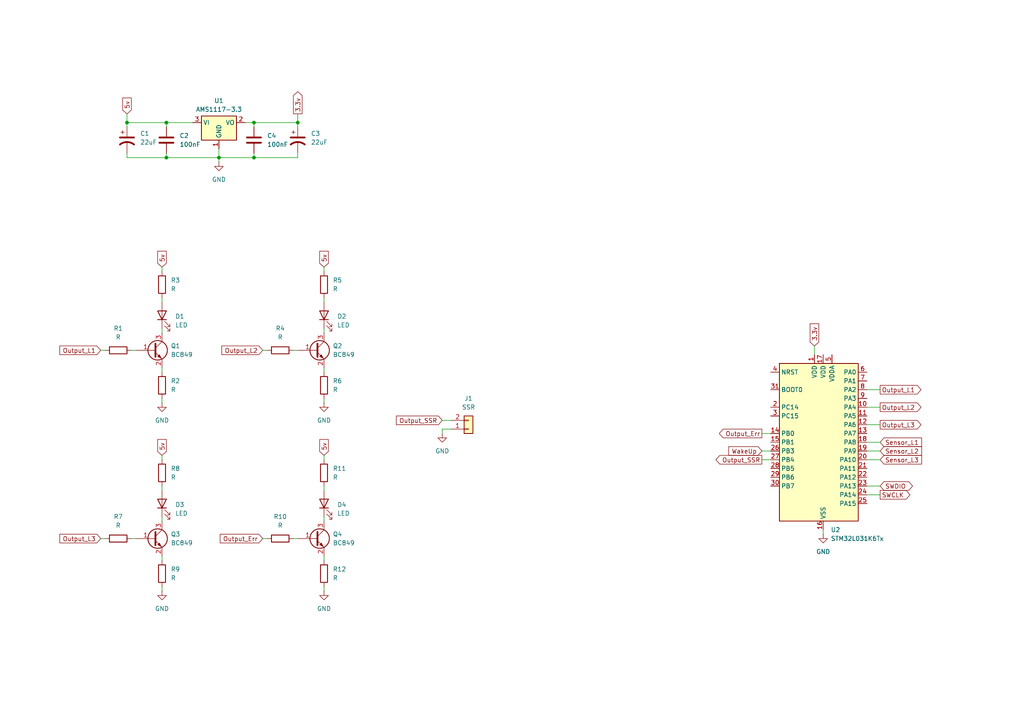
<source format=kicad_sch>
(kicad_sch (version 20231120) (generator "eeschema") (generator_version "8.0")
  (paper "A4")
  (lib_symbols
    (symbol "Connector_Generic:Conn_01x02" (pin_names (offset 1.016) hide)
      (property "Reference" "J" (at 0 2.54 0))
      (property "Value" "Conn_01x02" (at 0 -5.08 0))
      (symbol "Conn_01x02_1_1"
        (rectangle (start -1.27 -2.413) (end 0 -2.667) (stroke (width 0.1524)))
        (rectangle (start -1.27 0.127) (end 0 -0.127) (stroke (width 0.1524)))
        (rectangle (start -1.27 1.27) (end 1.27 -3.81) (stroke (width 0.254)) (fill (type background)))
        (pin passive line (at -5.08 0 0) (length 3.81) (name "Pin_1") (number "1"))
        (pin passive line (at -5.08 -2.54 0) (length 3.81) (name "Pin_2") (number "2"))
      )
    )
    (symbol "Device:C" (pin_numbers hide) (pin_names (offset 0.254))
      (property "Reference" "C" (at 0.635 2.54 0))
      (property "Value" "C" (at 0.635 -2.54 0))
      (symbol "C_0_1"
        (polyline (pts (xy -2.032 -0.762) (xy 2.032 -0.762)) (stroke (width 0.508)))
        (polyline (pts (xy -2.032 0.762) (xy 2.032 0.762)) (stroke (width 0.508)))
      )
      (symbol "C_1_1"
        (pin passive line (at 0 3.81 270) (length 2.794) (name "~") (number "1"))
        (pin passive line (at 0 -3.81 90) (length 2.794) (name "~") (number "2"))
      )
    )
    (symbol "Device:C_Polarized_US" (pin_numbers hide) (pin_names (offset 0.254) hide)
      (property "Reference" "C" (at 0.635 2.54 0))
      (property "Value" "C_Polarized_US" (at 0.635 -2.54 0))
      (symbol "C_Polarized_US_0_1"
        (polyline (pts (xy -2.032 0.762) (xy 2.032 0.762)) (stroke (width 0.508)))
        (polyline (pts (xy -1.778 2.286) (xy -0.762 2.286)))
        (polyline (pts (xy -1.27 1.778) (xy -1.27 2.794)))
        (arc (start 2.032 -1.27) (mid 0 -0.5572) (end -2.032 -1.27) (stroke (width 0.508)))
      )
      (symbol "C_Polarized_US_1_1"
        (pin passive line (at 0 3.81 270) (length 2.794) (name "~") (number "1"))
        (pin passive line (at 0 -3.81 90) (length 3.302) (name "~") (number "2"))
      )
    )
    (symbol "Device:LED" (pin_numbers hide) (pin_names (offset 1.016) hide)
      (property "Reference" "D" (at 0 2.54 0))
      (property "Value" "LED" (at 0 -2.54 0))
      (symbol "LED_0_1"
        (polyline (pts (xy -1.27 -1.27) (xy -1.27 1.27)) (stroke (width 0.254)))
        (polyline (pts (xy -1.27 0) (xy 1.27 0)))
        (polyline (pts (xy 1.27 -1.27) (xy 1.27 1.27) (xy -1.27 0) (xy 1.27 -1.27)) (stroke (width 0.254)))
        (polyline (pts (xy -3.048 -0.762) (xy -4.572 -2.286) (xy -3.81 -2.286) (xy -4.572 -2.286) (xy -4.572 -1.524)))
        (polyline (pts (xy -1.778 -0.762) (xy -3.302 -2.286) (xy -2.54 -2.286) (xy -3.302 -2.286) (xy -3.302 -1.524)))
      )
      (symbol "LED_1_1"
        (pin passive line (at -3.81 0 0) (length 2.54) (name "K") (number "1"))
        (pin passive line (at 3.81 0 180) (length 2.54) (name "A") (number "2"))
      )
    )
    (symbol "Device:R" (pin_numbers hide) (pin_names (offset 0))
      (property "Reference" "R" (at 2.032 0 90))
      (property "Value" "R" (at 0 0 90))
      (symbol "R_0_1"
        (rectangle (start -1.016 -2.54) (end 1.016 2.54) (stroke (width 0.254)))
      )
      (symbol "R_1_1"
        (pin passive line (at 0 3.81 270) (length 1.27) (name "~") (number "1"))
        (pin passive line (at 0 -3.81 90) (length 1.27) (name "~") (number "2"))
      )
    )
    (symbol "MCU_ST_STM32L0:STM32L031K6Tx"
      (property "Reference" "U" (at -10.16 24.13 0))
      (property "Value" "STM32L031K6Tx" (at 7.62 24.13 0))
      (symbol "STM32L031K6Tx_0_1"
        (rectangle (start -10.16 -22.86) (end 12.7 22.86) (stroke (width 0.254)) (fill (type background)))
      )
      (symbol "STM32L031K6Tx_1_1"
        (pin power_in line (at 0 25.4 270) (length 2.54) (name "VDD") (number "1"))
        (pin bidirectional line (at 15.24 10.16 180) (length 2.54) (name "PA4") (number "10"))
        (pin bidirectional line (at 15.24 7.62 180) (length 2.54) (name "PA5") (number "11"))
        (pin bidirectional line (at 15.24 5.08 180) (length 2.54) (name "PA6") (number "12"))
        (pin bidirectional line (at 15.24 2.54 180) (length 2.54) (name "PA7") (number "13"))
        (pin bidirectional line (at -12.7 2.54 0) (length 2.54) (name "PB0") (number "14"))
        (pin bidirectional line (at -12.7 0 0) (length 2.54) (name "PB1") (number "15"))
        (pin power_in line (at 2.54 -25.4 90) (length 2.54) (name "VSS") (number "16"))
        (pin power_in line (at 2.54 25.4 270) (length 2.54) (name "VDD") (number "17"))
        (pin bidirectional line (at 15.24 0 180) (length 2.54) (name "PA8") (number "18"))
        (pin bidirectional line (at 15.24 -2.54 180) (length 2.54) (name "PA9") (number "19"))
        (pin bidirectional line (at -12.7 10.16 0) (length 2.54) (name "PC14") (number "2"))
        (pin bidirectional line (at 15.24 -5.08 180) (length 2.54) (name "PA10") (number "20"))
        (pin bidirectional line (at 15.24 -7.62 180) (length 2.54) (name "PA11") (number "21"))
        (pin bidirectional line (at 15.24 -10.16 180) (length 2.54) (name "PA12") (number "22"))
        (pin bidirectional line (at 15.24 -12.7 180) (length 2.54) (name "PA13") (number "23"))
        (pin bidirectional line (at 15.24 -15.24 180) (length 2.54) (name "PA14") (number "24"))
        (pin bidirectional line (at 15.24 -17.78 180) (length 2.54) (name "PA15") (number "25"))
        (pin bidirectional line (at -12.7 -2.54 0) (length 2.54) (name "PB3") (number "26"))
        (pin bidirectional line (at -12.7 -5.08 0) (length 2.54) (name "PB4") (number "27"))
        (pin bidirectional line (at -12.7 -7.62 0) (length 2.54) (name "PB5") (number "28"))
        (pin bidirectional line (at -12.7 -10.16 0) (length 2.54) (name "PB6") (number "29"))
        (pin bidirectional line (at -12.7 7.62 0) (length 2.54) (name "PC15") (number "3"))
        (pin bidirectional line (at -12.7 -12.7 0) (length 2.54) (name "PB7") (number "30"))
        (pin input line (at -12.7 15.24 0) (length 2.54) (name "BOOT0") (number "31"))
        (pin passive line (at 2.54 -25.4 90) (length 2.54) hide (name "VSS") (number "32"))
        (pin input line (at -12.7 20.32 0) (length 2.54) (name "NRST") (number "4"))
        (pin power_in line (at 5.08 25.4 270) (length 2.54) (name "VDDA") (number "5"))
        (pin bidirectional line (at 15.24 20.32 180) (length 2.54) (name "PA0") (number "6"))
        (pin bidirectional line (at 15.24 17.78 180) (length 2.54) (name "PA1") (number "7"))
        (pin bidirectional line (at 15.24 15.24 180) (length 2.54) (name "PA2") (number "8"))
        (pin bidirectional line (at 15.24 12.7 180) (length 2.54) (name "PA3") (number "9"))
      )
    )
    (symbol "Regulator_Linear:AMS1117-3.3"
      (property "Reference" "U" (at -3.81 3.175 0))
      (property "Value" "AMS1117-3.3" (at 0 3.175 0))
      (symbol "AMS1117-3.3_0_1"
        (rectangle (start -5.08 -5.08) (end 5.08 1.905) (stroke (width 0.254)) (fill (type background)))
      )
      (symbol "AMS1117-3.3_1_1"
        (pin power_in line (at 0 -7.62 90) (length 2.54) (name "GND") (number "1"))
        (pin power_out line (at 7.62 0 180) (length 2.54) (name "VO") (number "2"))
        (pin power_in line (at -7.62 0 0) (length 2.54) (name "VI") (number "3"))
      )
    )
    (symbol "Transistor_BJT:BC849" (pin_names (offset 0) hide)
      (property "Reference" "Q" (at 5.08 1.905 0))
      (property "Value" "BC849" (at 5.08 0 0))
      (symbol "BC849_0_1"
        (polyline (pts (xy 0.635 0.635) (xy 2.54 2.54)))
        (polyline (pts (xy 0.635 -0.635) (xy 2.54 -2.54) (xy 2.54 -2.54)))
        (polyline (pts (xy 0.635 1.905) (xy 0.635 -1.905) (xy 0.635 -1.905)) (stroke (width 0.508)))
        (polyline (pts (xy 1.27 -1.778) (xy 1.778 -1.27) (xy 2.286 -2.286) (xy 1.27 -1.778) (xy 1.27 -1.778)) (fill (type outline)))
        (circle (center 1.27 0) (radius 2.8194) (stroke (width 0.254)))
      )
      (symbol "BC849_1_1"
        (pin input line (at -5.08 0 0) (length 5.715) (name "B") (number "1"))
        (pin passive line (at 2.54 -5.08 90) (length 2.54) (name "E") (number "2"))
        (pin passive line (at 2.54 5.08 270) (length 2.54) (name "C") (number "3"))
      )
    )
    (symbol "power:GND" (power) (pin_numbers hide) (pin_names (offset 0) hide)
      (property "Value" "GND" (at 0 -3.81 0))
      (symbol "GND_0_1"
        (polyline (pts (xy 0 0) (xy 0 -1.27) (xy 1.27 -1.27) (xy 0 -2.54) (xy -1.27 -1.27) (xy 0 -1.27)))
      )
      (symbol "GND_1_1"
        (pin power_in line (at 0 0 270) (length 0) (name "~") (number "1"))
      )
    )
  )
  (junction (at 73.66 35.56))
  (junction (at 48.26 35.56))
  (junction (at 73.66 45.72))
  (junction (at 63.5 45.72))
  (junction (at 36.83 35.56))
  (junction (at 48.26 45.72))
  (junction (at 86.36 35.56))
  (wire (pts (xy 36.83 33.02) (xy 36.83 35.56)))
  (wire (pts (xy 251.46 113.03) (xy 255.27 113.03)))
  (wire (pts (xy 251.46 140.97) (xy 255.27 140.97)))
  (wire (pts (xy 46.99 77.47) (xy 46.99 78.74)))
  (wire (pts (xy 29.21 156.21) (xy 30.48 156.21)))
  (wire (pts (xy 93.98 140.97) (xy 93.98 142.24)))
  (wire (pts (xy 46.99 140.97) (xy 46.99 142.24)))
  (wire (pts (xy 220.98 125.73) (xy 223.52 125.73)))
  (wire (pts (xy 36.83 35.56) (xy 48.26 35.56)))
  (wire (pts (xy 93.98 106.68) (xy 93.98 107.95)))
  (wire (pts (xy 76.2 101.6) (xy 77.47 101.6)))
  (wire (pts (xy 93.98 161.29) (xy 93.98 162.56)))
  (wire (pts (xy 48.26 45.72) (xy 63.5 45.72)))
  (wire (pts (xy 93.98 132.08) (xy 93.98 133.35)))
  (wire (pts (xy 71.12 35.56) (xy 73.66 35.56)))
  (wire (pts (xy 73.66 35.56) (xy 73.66 36.83)))
  (wire (pts (xy 251.46 128.27) (xy 255.27 128.27)))
  (wire (pts (xy 236.22 100.33) (xy 236.22 102.87)))
  (wire (pts (xy 48.26 35.56) (xy 55.88 35.56)))
  (wire (pts (xy 36.83 36.83) (xy 36.83 35.56)))
  (wire (pts (xy 251.46 130.81) (xy 255.27 130.81)))
  (wire (pts (xy 86.36 35.56) (xy 86.36 36.83)))
  (wire (pts (xy 46.99 95.25) (xy 46.99 96.52)))
  (wire (pts (xy 63.5 45.72) (xy 63.5 46.99)))
  (wire (pts (xy 86.36 44.45) (xy 86.36 45.72)))
  (wire (pts (xy 38.1 156.21) (xy 39.37 156.21)))
  (wire (pts (xy 29.21 101.6) (xy 30.48 101.6)))
  (wire (pts (xy 251.46 133.35) (xy 255.27 133.35)))
  (wire (pts (xy 36.83 44.45) (xy 36.83 45.72)))
  (wire (pts (xy 220.98 130.81) (xy 223.52 130.81)))
  (wire (pts (xy 93.98 95.25) (xy 93.98 96.52)))
  (wire (pts (xy 63.5 43.18) (xy 63.5 45.72)))
  (wire (pts (xy 251.46 143.51) (xy 255.27 143.51)))
  (wire (pts (xy 220.98 133.35) (xy 223.52 133.35)))
  (wire (pts (xy 63.5 45.72) (xy 73.66 45.72)))
  (wire (pts (xy 251.46 123.19) (xy 255.27 123.19)))
  (wire (pts (xy 36.83 45.72) (xy 48.26 45.72)))
  (wire (pts (xy 73.66 45.72) (xy 86.36 45.72)))
  (wire (pts (xy 48.26 36.83) (xy 48.26 35.56)))
  (wire (pts (xy 128.27 124.46) (xy 128.27 125.73)))
  (wire (pts (xy 251.46 118.11) (xy 255.27 118.11)))
  (wire (pts (xy 46.99 170.18) (xy 46.99 171.45)))
  (wire (pts (xy 93.98 77.47) (xy 93.98 78.74)))
  (wire (pts (xy 46.99 115.57) (xy 46.99 116.84)))
  (wire (pts (xy 73.66 35.56) (xy 86.36 35.56)))
  (wire (pts (xy 86.36 35.56) (xy 86.36 33.02)))
  (wire (pts (xy 73.66 44.45) (xy 73.66 45.72)))
  (wire (pts (xy 46.99 149.86) (xy 46.99 151.13)))
  (wire (pts (xy 38.1 101.6) (xy 39.37 101.6)))
  (wire (pts (xy 85.09 156.21) (xy 86.36 156.21)))
  (wire (pts (xy 85.09 101.6) (xy 86.36 101.6)))
  (wire (pts (xy 93.98 86.36) (xy 93.98 87.63)))
  (wire (pts (xy 93.98 115.57) (xy 93.98 116.84)))
  (wire (pts (xy 48.26 44.45) (xy 48.26 45.72)))
  (wire (pts (xy 130.81 124.46) (xy 128.27 124.46)))
  (wire (pts (xy 93.98 170.18) (xy 93.98 171.45)))
  (wire (pts (xy 46.99 106.68) (xy 46.99 107.95)))
  (wire (pts (xy 76.2 156.21) (xy 77.47 156.21)))
  (wire (pts (xy 46.99 86.36) (xy 46.99 87.63)))
  (wire (pts (xy 128.27 121.92) (xy 130.81 121.92)))
  (wire (pts (xy 238.76 153.67) (xy 238.76 154.94)))
  (wire (pts (xy 46.99 161.29) (xy 46.99 162.56)))
  (wire (pts (xy 46.99 132.08) (xy 46.99 133.35)))
  (wire (pts (xy 93.98 149.86) (xy 93.98 151.13)))
  (global_label "Output_L2" (shape output) (at 255.27 118.11 0) (property "Intersheetrefs" "${INTERSHEET_REFS}" (effects (hide yes))))
  (global_label "5v" (shape input) (at 46.99 77.47 90) (property "Intersheetrefs" "${INTERSHEET_REFS}" (effects (hide yes))))
  (global_label "5v" (shape input) (at 93.98 77.47 90) (property "Intersheetrefs" "${INTERSHEET_REFS}" (effects (hide yes))))
  (global_label "5v" (shape input) (at 46.99 132.08 90) (property "Intersheetrefs" "${INTERSHEET_REFS}" (effects (hide yes))))
  (global_label "Output_L1" (shape input) (at 29.21 101.6 180) (property "Intersheetrefs" "${INTERSHEET_REFS}" (effects (hide yes))))
  (global_label "Output_SSR" (shape input) (at 128.27 121.92 180) (property "Intersheetrefs" "${INTERSHEET_REFS}" (effects (hide yes))) (property "Referencias entre hojas" "${INTERSHEET_REFS}" (effects (hide yes))))
  (global_label "3.3v" (shape output) (at 86.36 33.02 90) (property "Intersheetrefs" "${INTERSHEET_REFS}" (effects (hide yes))))
  (global_label "Output_Err" (shape output) (at 220.98 125.73 180) (property "Intersheetrefs" "${INTERSHEET_REFS}" (effects (hide yes))))
  (global_label "WakeUp" (shape input) (at 220.98 130.81 180) (property "Intersheetrefs" "${INTERSHEET_REFS}" (effects (hide yes))))
  (global_label "Output_SSR" (shape output) (at 220.98 133.35 180) (property "Intersheetrefs" "${INTERSHEET_REFS}" (effects (hide yes))) (property "Referencias entre hojas" "${INTERSHEET_REFS}" (effects (hide yes))))
  (global_label "SWCLK" (shape output) (at 255.27 143.51 0) (property "Intersheetrefs" "${INTERSHEET_REFS}" (effects (hide yes))))
  (global_label "Output_L3" (shape output) (at 255.27 123.19 0) (property "Intersheetrefs" "${INTERSHEET_REFS}" (effects (hide yes))))
  (global_label "Output_L2" (shape input) (at 76.2 101.6 180) (property "Intersheetrefs" "${INTERSHEET_REFS}" (effects (hide yes))))
  (global_label "Output_Err" (shape input) (at 76.2 156.21 180) (property "Intersheetrefs" "${INTERSHEET_REFS}" (effects (hide yes))))
  (global_label "Sensor_L3" (shape input) (at 255.27 133.35 0) (property "Intersheetrefs" "${INTERSHEET_REFS}" (effects (hide yes))))
  (global_label "5v" (shape input) (at 36.83 33.02 90) (property "Intersheetrefs" "${INTERSHEET_REFS}" (effects (hide yes))))
  (global_label "Sensor_L1" (shape input) (at 255.27 128.27 0) (property "Intersheetrefs" "${INTERSHEET_REFS}" (effects (hide yes))))
  (global_label "3.3v" (shape input) (at 236.22 100.33 90) (property "Intersheetrefs" "${INTERSHEET_REFS}" (effects (hide yes))))
  (global_label "5v" (shape input) (at 93.98 132.08 90) (property "Intersheetrefs" "${INTERSHEET_REFS}" (effects (hide yes))))
  (global_label "Sensor_L2" (shape input) (at 255.27 130.81 0) (property "Intersheetrefs" "${INTERSHEET_REFS}" (effects (hide yes))))
  (global_label "SWDIO" (shape bidirectional) (at 255.27 140.97 0) (property "Intersheetrefs" "${INTERSHEET_REFS}" (effects (hide yes))))
  (global_label "Output_L1" (shape output) (at 255.27 113.03 0) (property "Intersheetrefs" "${INTERSHEET_REFS}" (effects (hide yes))))
  (global_label "Output_L3" (shape input) (at 29.21 156.21 180) (property "Intersheetrefs" "${INTERSHEET_REFS}" (effects (hide yes))))
  (symbol (lib_id "power:GND") (at 93.98 116.84 0) (unit 1)
    (property "Reference" "#PWR03" (effects (hide yes)))
    (property "Value" "GND" (at 93.98 121.92 0))
    (property "Description" "Power symbol creates a global label with name \"GND\" , ground" (effects (hide yes)))
  )
  (symbol (lib_id "Device:R") (at 81.28 156.21 90) (unit 1)
    (property "Reference" "R10" (at 81.28 149.86 90))
    (property "Value" "R" (at 81.28 152.4 90))
    (property "Description" "Resistor" (effects (hide yes)))
  )
  (symbol (lib_id "Device:R") (at 34.29 156.21 90) (unit 1)
    (property "Reference" "R7" (at 34.29 149.86 90))
    (property "Value" "R" (at 34.29 152.4 90))
    (property "Description" "Resistor" (effects (hide yes)))
  )
  (symbol (lib_id "Device:R") (at 93.98 137.16 0) (unit 1)
    (property "Reference" "R11" (at 96.52 135.8899 0) (effects (justify left)))
    (property "Value" "R" (at 96.52 138.4299 0) (effects (justify left)))
    (property "Description" "Resistor" (effects (hide yes)))
  )
  (symbol (lib_id "Device:C") (at 73.66 40.64 0) (unit 1)
    (property "Reference" "C4" (at 77.47 39.3699 0) (effects (justify left)))
    (property "Value" "100nF" (at 77.47 41.9099 0) (effects (justify left)))
    (property "Description" "Unpolarized capacitor" (effects (hide yes)))
  )
  (symbol (lib_id "Connector_Generic:Conn_01x02") (at 135.89 124.46 0) (mirror x) (unit 1)
    (property "Reference" "J1" (at 135.89 115.57 0))
    (property "Value" "SSR" (at 135.89 118.11 0))
    (property "Footprint" "TerminalBlock:TerminalBlock_bornier-2_P5.08mm" (effects (hide yes)))
  )
  (symbol (lib_id "Device:LED") (at 93.98 146.05 90) (unit 1)
    (property "Reference" "D4" (at 97.79 146.3674 90) (effects (justify right)))
    (property "Value" "LED" (at 97.79 148.9074 90) (effects (justify right)))
    (property "Description" "Light emitting diode" (effects (hide yes)))
  )
  (symbol (lib_id "power:GND") (at 238.76 154.94 0) (unit 1)
    (property "Reference" "#PWR07" (effects (hide yes)))
    (property "Value" "GND" (at 238.76 160.02 0))
    (property "Description" "Power symbol creates a global label with name \"GND\" , ground" (effects (hide yes)))
  )
  (symbol (lib_id "Device:R") (at 81.28 101.6 90) (unit 1)
    (property "Reference" "R4" (at 81.28 95.25 90))
    (property "Value" "R" (at 81.28 97.79 90))
    (property "Description" "Resistor" (effects (hide yes)))
  )
  (symbol (lib_id "Transistor_BJT:BC849") (at 44.45 156.21 0) (unit 1)
    (property "Reference" "Q3" (at 49.53 154.9399 0) (effects (justify left)))
    (property "Value" "BC849" (at 49.53 157.4799 0) (effects (justify left)))
    (property "Footprint" "Package_TO_SOT_SMD:SOT-23" (effects (hide yes)))
    (property "Datasheet" "http://www.infineon.com/dgdl/Infineon-BC847SERIES_BC848SERIES_BC849SERIES_BC850SERIES-DS-v01_01-en.pdf?fileId=db3a304314dca389011541d4630a1657" (effects (hide yes)))
    (property "Description" "0.1A Ic, 30V Vce, NPN Transistor, SOT-23" (effects (hide yes)))
  )
  (symbol (lib_id "power:GND") (at 93.98 171.45 0) (unit 1)
    (property "Reference" "#PWR05" (effects (hide yes)))
    (property "Value" "GND" (at 93.98 176.53 0))
    (property "Description" "Power symbol creates a global label with name \"GND\" , ground" (effects (hide yes)))
  )
  (symbol (lib_id "Device:R") (at 46.99 82.55 0) (unit 1)
    (property "Reference" "R3" (at 49.53 81.2799 0) (effects (justify left)))
    (property "Value" "R" (at 49.53 83.8199 0) (effects (justify left)))
    (property "Description" "Resistor" (effects (hide yes)))
  )
  (symbol (lib_id "Regulator_Linear:AMS1117-3.3") (at 63.5 35.56 0) (unit 1)
    (property "Reference" "U1" (at 63.5 29.21 0))
    (property "Value" "AMS1117-3.3" (at 63.5 31.75 0))
    (property "Footprint" "Package_TO_SOT_SMD:SOT-223-3_TabPin2" (effects (hide yes)))
    (property "Datasheet" "http://www.advanced-monolithic.com/pdf/ds1117.pdf" (effects (hide yes)))
    (property "Description" "1A Low Dropout regulator, positive, 3.3V fixed output, SOT-223" (effects (hide yes)))
  )
  (symbol (lib_id "Device:LED") (at 93.98 91.44 90) (unit 1)
    (property "Reference" "D2" (at 97.79 91.7574 90) (effects (justify right)))
    (property "Value" "LED" (at 97.79 94.2974 90) (effects (justify right)))
    (property "Description" "Light emitting diode" (effects (hide yes)))
  )
  (symbol (lib_id "Device:C_Polarized_US") (at 86.36 40.64 0) (unit 1)
    (property "Reference" "C3" (at 90.17 38.7349 0) (effects (justify left)))
    (property "Value" "22uF" (at 90.17 41.2749 0) (effects (justify left)))
    (property "Description" "Polarized capacitor, US symbol" (effects (hide yes)))
  )
  (symbol (lib_id "Device:R") (at 46.99 111.76 180) (unit 1)
    (property "Reference" "R2" (at 49.53 110.4899 0) (effects (justify right)))
    (property "Value" "R" (at 49.53 113.0299 0) (effects (justify right)))
    (property "Description" "Resistor" (effects (hide yes)))
  )
  (symbol (lib_id "Device:LED") (at 46.99 91.44 90) (unit 1)
    (property "Reference" "D1" (at 50.8 91.7574 90) (effects (justify right)))
    (property "Value" "LED" (at 50.8 94.2974 90) (effects (justify right)))
    (property "Description" "Light emitting diode" (effects (hide yes)))
  )
  (symbol (lib_id "power:GND") (at 128.27 125.73 0) (unit 1)
    (property "Reference" "#PWR06" (effects (hide yes)))
    (property "Value" "GND" (at 128.27 130.81 0))
    (property "Description" "Power symbol creates a global label with name \"GND\" , ground" (effects (hide yes)))
  )
  (symbol (lib_id "power:GND") (at 46.99 171.45 0) (unit 1)
    (property "Reference" "#PWR04" (effects (hide yes)))
    (property "Value" "GND" (at 46.99 176.53 0))
    (property "Description" "Power symbol creates a global label with name \"GND\" , ground" (effects (hide yes)))
  )
  (symbol (lib_id "Device:R") (at 46.99 166.37 180) (unit 1)
    (property "Reference" "R9" (at 49.53 165.0999 0) (effects (justify right)))
    (property "Value" "R" (at 49.53 167.6399 0) (effects (justify right)))
    (property "Description" "Resistor" (effects (hide yes)))
  )
  (symbol (lib_id "Device:C_Polarized_US") (at 36.83 40.64 0) (unit 1)
    (property "Reference" "C1" (at 40.64 38.7349 0) (effects (justify left)))
    (property "Value" "22uF" (at 40.64 41.2749 0) (effects (justify left)))
    (property "Description" "Polarized capacitor, US symbol" (effects (hide yes)))
  )
  (symbol (lib_id "MCU_ST_STM32L0:STM32L031K6Tx") (at 236.22 128.27 0) (unit 1)
    (property "Reference" "U2" (at 240.9541 153.67 0) (effects (justify left)))
    (property "Value" "STM32L031K6Tx" (at 240.9541 156.21 0) (effects (justify left)))
    (property "Footprint" "Package_QFP:LQFP-32_7x7mm_P0.8mm" (effects (hide yes)))
    (property "Datasheet" "https://www.st.com/resource/en/datasheet/stm32l031k6.pdf" (effects (hide yes)))
    (property "Description" "STMicroelectronics Arm Cortex-M0+ MCU, 32KB flash, 8KB RAM, 32 MHz, 1.65-3.6V, 25 GPIO, LQFP32" (effects (hide yes)))
  )
  (symbol (lib_id "Device:R") (at 46.99 137.16 0) (unit 1)
    (property "Reference" "R8" (at 49.53 135.8899 0) (effects (justify left)))
    (property "Value" "R" (at 49.53 138.4299 0) (effects (justify left)))
    (property "Description" "Resistor" (effects (hide yes)))
  )
  (symbol (lib_id "Device:LED") (at 46.99 146.05 90) (unit 1)
    (property "Reference" "D3" (at 50.8 146.3674 90) (effects (justify right)))
    (property "Value" "LED" (at 50.8 148.9074 90) (effects (justify right)))
    (property "Description" "Light emitting diode" (effects (hide yes)))
  )
  (symbol (lib_id "Device:C") (at 48.26 40.64 0) (unit 1)
    (property "Reference" "C2" (at 52.07 39.3699 0) (effects (justify left)))
    (property "Value" "100nF" (at 52.07 41.9099 0) (effects (justify left)))
    (property "Description" "Unpolarized capacitor" (effects (hide yes)))
  )
  (symbol (lib_id "Device:R") (at 93.98 111.76 180) (unit 1)
    (property "Reference" "R6" (at 96.52 110.4899 0) (effects (justify right)))
    (property "Value" "R" (at 96.52 113.0299 0) (effects (justify right)))
    (property "Description" "Resistor" (effects (hide yes)))
  )
  (symbol (lib_id "Device:R") (at 34.29 101.6 90) (unit 1)
    (property "Reference" "R1" (at 34.29 95.25 90))
    (property "Value" "R" (at 34.29 97.79 90))
    (property "Description" "Resistor" (effects (hide yes)))
  )
  (symbol (lib_id "Transistor_BJT:BC849") (at 44.45 101.6 0) (unit 1)
    (property "Reference" "Q1" (at 49.53 100.3299 0) (effects (justify left)))
    (property "Value" "BC849" (at 49.53 102.8699 0) (effects (justify left)))
    (property "Footprint" "Package_TO_SOT_SMD:SOT-23" (effects (hide yes)))
    (property "Datasheet" "http://www.infineon.com/dgdl/Infineon-BC847SERIES_BC848SERIES_BC849SERIES_BC850SERIES-DS-v01_01-en.pdf?fileId=db3a304314dca389011541d4630a1657" (effects (hide yes)))
    (property "Description" "0.1A Ic, 30V Vce, NPN Transistor, SOT-23" (effects (hide yes)))
  )
  (symbol (lib_id "Transistor_BJT:BC849") (at 91.44 101.6 0) (unit 1)
    (property "Reference" "Q2" (at 96.52 100.3299 0) (effects (justify left)))
    (property "Value" "BC849" (at 96.52 102.8699 0) (effects (justify left)))
    (property "Footprint" "Package_TO_SOT_SMD:SOT-23" (effects (hide yes)))
    (property "Datasheet" "http://www.infineon.com/dgdl/Infineon-BC847SERIES_BC848SERIES_BC849SERIES_BC850SERIES-DS-v01_01-en.pdf?fileId=db3a304314dca389011541d4630a1657" (effects (hide yes)))
    (property "Description" "0.1A Ic, 30V Vce, NPN Transistor, SOT-23" (effects (hide yes)))
  )
  (symbol (lib_id "power:GND") (at 63.5 46.99 0) (unit 1)
    (property "Reference" "#PWR01" (effects (hide yes)))
    (property "Value" "GND" (at 63.5 52.07 0))
    (property "Description" "Power symbol creates a global label with name \"GND\" , ground" (effects (hide yes)))
  )
  (symbol (lib_id "Transistor_BJT:BC849") (at 91.44 156.21 0) (unit 1)
    (property "Reference" "Q4" (at 96.52 154.9399 0) (effects (justify left)))
    (property "Value" "BC849" (at 96.52 157.4799 0) (effects (justify left)))
    (property "Footprint" "Package_TO_SOT_SMD:SOT-23" (effects (hide yes)))
    (property "Datasheet" "http://www.infineon.com/dgdl/Infineon-BC847SERIES_BC848SERIES_BC849SERIES_BC850SERIES-DS-v01_01-en.pdf?fileId=db3a304314dca389011541d4630a1657" (effects (hide yes)))
    (property "Description" "0.1A Ic, 30V Vce, NPN Transistor, SOT-23" (effects (hide yes)))
  )
  (symbol (lib_id "Device:R") (at 93.98 166.37 180) (unit 1)
    (property "Reference" "R12" (at 96.52 165.0999 0) (effects (justify right)))
    (property "Value" "R" (at 96.52 167.6399 0) (effects (justify right)))
    (property "Description" "Resistor" (effects (hide yes)))
  )
  (symbol (lib_id "power:GND") (at 46.99 116.84 0) (unit 1)
    (property "Reference" "#PWR02" (effects (hide yes)))
    (property "Value" "GND" (at 46.99 121.92 0))
    (property "Description" "Power symbol creates a global label with name \"GND\" , ground" (effects (hide yes)))
  )
  (symbol (lib_id "Device:R") (at 93.98 82.55 0) (unit 1)
    (property "Reference" "R5" (at 96.52 81.2799 0) (effects (justify left)))
    (property "Value" "R" (at 96.52 83.8199 0) (effects (justify left)))
    (property "Description" "Resistor" (effects (hide yes)))
  )
)
</source>
